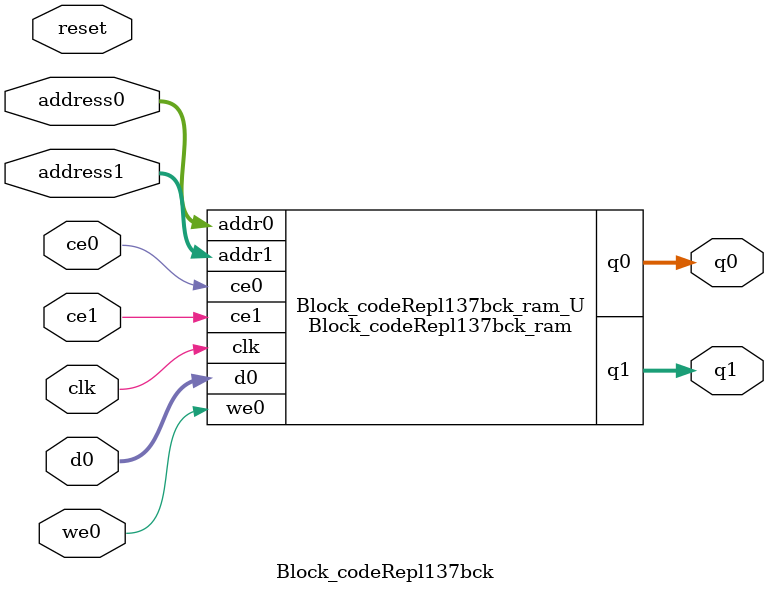
<source format=v>
`timescale 1 ns / 1 ps
module Block_codeRepl137bck_ram (addr0, ce0, d0, we0, q0, addr1, ce1, q1,  clk);

parameter DWIDTH = 5;
parameter AWIDTH = 7;
parameter MEM_SIZE = 96;

input[AWIDTH-1:0] addr0;
input ce0;
input[DWIDTH-1:0] d0;
input we0;
output reg[DWIDTH-1:0] q0;
input[AWIDTH-1:0] addr1;
input ce1;
output reg[DWIDTH-1:0] q1;
input clk;

(* ram_style = "distributed" *)reg [DWIDTH-1:0] ram[0:MEM_SIZE-1];




always @(posedge clk)  
begin 
    if (ce0) begin
        if (we0) 
            ram[addr0] <= d0; 
        q0 <= ram[addr0];
    end
end


always @(posedge clk)  
begin 
    if (ce1) begin
        q1 <= ram[addr1];
    end
end


endmodule

`timescale 1 ns / 1 ps
module Block_codeRepl137bck(
    reset,
    clk,
    address0,
    ce0,
    we0,
    d0,
    q0,
    address1,
    ce1,
    q1);

parameter DataWidth = 32'd5;
parameter AddressRange = 32'd96;
parameter AddressWidth = 32'd7;
input reset;
input clk;
input[AddressWidth - 1:0] address0;
input ce0;
input we0;
input[DataWidth - 1:0] d0;
output[DataWidth - 1:0] q0;
input[AddressWidth - 1:0] address1;
input ce1;
output[DataWidth - 1:0] q1;



Block_codeRepl137bck_ram Block_codeRepl137bck_ram_U(
    .clk( clk ),
    .addr0( address0 ),
    .ce0( ce0 ),
    .we0( we0 ),
    .d0( d0 ),
    .q0( q0 ),
    .addr1( address1 ),
    .ce1( ce1 ),
    .q1( q1 ));

endmodule


</source>
